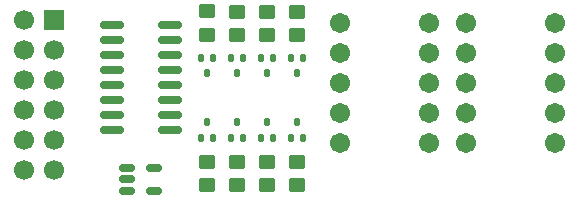
<source format=gbr>
%TF.GenerationSoftware,KiCad,Pcbnew,9.0.6-9.0.6~ubuntu24.04.1*%
%TF.CreationDate,2026-01-18T11:39:45-03:00*%
%TF.ProjectId,cotti_7seg,636f7474-695f-4377-9365-672e6b696361,0.0*%
%TF.SameCoordinates,Original*%
%TF.FileFunction,Soldermask,Top*%
%TF.FilePolarity,Negative*%
%FSLAX46Y46*%
G04 Gerber Fmt 4.6, Leading zero omitted, Abs format (unit mm)*
G04 Created by KiCad (PCBNEW 9.0.6-9.0.6~ubuntu24.04.1) date 2026-01-18 11:39:45*
%MOMM*%
%LPD*%
G01*
G04 APERTURE LIST*
G04 Aperture macros list*
%AMRoundRect*
0 Rectangle with rounded corners*
0 $1 Rounding radius*
0 $2 $3 $4 $5 $6 $7 $8 $9 X,Y pos of 4 corners*
0 Add a 4 corners polygon primitive as box body*
4,1,4,$2,$3,$4,$5,$6,$7,$8,$9,$2,$3,0*
0 Add four circle primitives for the rounded corners*
1,1,$1+$1,$2,$3*
1,1,$1+$1,$4,$5*
1,1,$1+$1,$6,$7*
1,1,$1+$1,$8,$9*
0 Add four rect primitives between the rounded corners*
20,1,$1+$1,$2,$3,$4,$5,0*
20,1,$1+$1,$4,$5,$6,$7,0*
20,1,$1+$1,$6,$7,$8,$9,0*
20,1,$1+$1,$8,$9,$2,$3,0*%
G04 Aperture macros list end*
%ADD10RoundRect,0.125000X0.125000X-0.175000X0.125000X0.175000X-0.125000X0.175000X-0.125000X-0.175000X0*%
%ADD11C,1.712000*%
%ADD12RoundRect,0.150000X-0.512500X-0.150000X0.512500X-0.150000X0.512500X0.150000X-0.512500X0.150000X0*%
%ADD13RoundRect,0.150000X-0.825000X-0.150000X0.825000X-0.150000X0.825000X0.150000X-0.825000X0.150000X0*%
%ADD14RoundRect,0.250000X-0.450000X0.350000X-0.450000X-0.350000X0.450000X-0.350000X0.450000X0.350000X0*%
%ADD15RoundRect,0.250000X0.450000X-0.350000X0.450000X0.350000X-0.450000X0.350000X-0.450000X-0.350000X0*%
%ADD16RoundRect,0.125000X-0.125000X0.175000X-0.125000X-0.175000X0.125000X-0.175000X0.125000X0.175000X0*%
%ADD17R,1.700000X1.700000*%
%ADD18C,1.700000*%
G04 APERTURE END LIST*
D10*
%TO.C,Q1*%
X122944000Y-64531000D03*
X123944000Y-64531000D03*
X123444000Y-63231000D03*
%TD*%
%TO.C,Q7*%
X120904000Y-63246000D03*
X121404000Y-64546000D03*
X120404000Y-64546000D03*
%TD*%
%TO.C,Q2*%
X125984000Y-63231000D03*
X126484000Y-64531000D03*
X125484000Y-64531000D03*
%TD*%
%TO.C,Q3*%
X128524000Y-63231000D03*
X129024000Y-64531000D03*
X128024000Y-64531000D03*
%TD*%
D11*
%TO.C,U5*%
X142848800Y-54864000D03*
X142848800Y-57404000D03*
X142848800Y-59944000D03*
X142848800Y-62484000D03*
X142848800Y-65024000D03*
X150368800Y-65024000D03*
X150368800Y-62484000D03*
X150368800Y-59944000D03*
X150368800Y-57404000D03*
X150368800Y-54864000D03*
%TD*%
D12*
%TO.C,U3*%
X114178500Y-67122000D03*
X114178500Y-68072000D03*
X114178500Y-69022000D03*
X116453500Y-69022000D03*
X116453500Y-67122000D03*
%TD*%
D11*
%TO.C,U2*%
X132180800Y-54864000D03*
X132180800Y-57404000D03*
X132180800Y-59944000D03*
X132180800Y-62484000D03*
X132180800Y-65024000D03*
X139700800Y-65024000D03*
X139700800Y-62484000D03*
X139700800Y-59944000D03*
X139700800Y-57404000D03*
X139700800Y-54864000D03*
%TD*%
D13*
%TO.C,U1*%
X112841000Y-54991000D03*
X112841000Y-56261000D03*
X112841000Y-57531000D03*
X112841000Y-58801000D03*
X112841000Y-60071000D03*
X112841000Y-61341000D03*
X112841000Y-62611000D03*
X112841000Y-63881000D03*
X117791000Y-63881000D03*
X117791000Y-62611000D03*
X117791000Y-61341000D03*
X117791000Y-60071000D03*
X117791000Y-58801000D03*
X117791000Y-57531000D03*
X117791000Y-56261000D03*
X117791000Y-54991000D03*
%TD*%
D14*
%TO.C,R8*%
X120904000Y-66564000D03*
X120904000Y-68564000D03*
%TD*%
D15*
%TO.C,R7*%
X123444000Y-55864000D03*
X123444000Y-53864000D03*
%TD*%
%TO.C,R6*%
X120904000Y-55848000D03*
X120904000Y-53848000D03*
%TD*%
%TO.C,R5*%
X125984000Y-55864000D03*
X125984000Y-53864000D03*
%TD*%
%TO.C,R4*%
X128524000Y-55864000D03*
X128524000Y-53864000D03*
%TD*%
D14*
%TO.C,R3*%
X128524000Y-66564000D03*
X128524000Y-68564000D03*
%TD*%
%TO.C,R2*%
X125984000Y-66564000D03*
X125984000Y-68564000D03*
%TD*%
D16*
%TO.C,Q8*%
X126484000Y-57770000D03*
X125484000Y-57770000D03*
X125984000Y-59070000D03*
%TD*%
%TO.C,Q6*%
X123944000Y-57770000D03*
X122944000Y-57770000D03*
X123444000Y-59070000D03*
%TD*%
%TO.C,Q5*%
X121404000Y-57770000D03*
X120404000Y-57770000D03*
X120904000Y-59070000D03*
%TD*%
%TO.C,Q4*%
X129024000Y-57770000D03*
X128024000Y-57770000D03*
X128524000Y-59070000D03*
%TD*%
D17*
%TO.C,J1*%
X107950000Y-54610000D03*
D18*
X107950000Y-57150000D03*
X107950000Y-59690000D03*
X107950000Y-62230000D03*
X107950000Y-64770000D03*
X107950000Y-67310000D03*
X105410000Y-54610000D03*
X105410000Y-57150000D03*
X105410000Y-59690000D03*
X105410000Y-62230000D03*
X105410000Y-64770000D03*
X105410000Y-67310000D03*
%TD*%
D14*
%TO.C,R1*%
X123444000Y-66564000D03*
X123444000Y-68564000D03*
%TD*%
M02*

</source>
